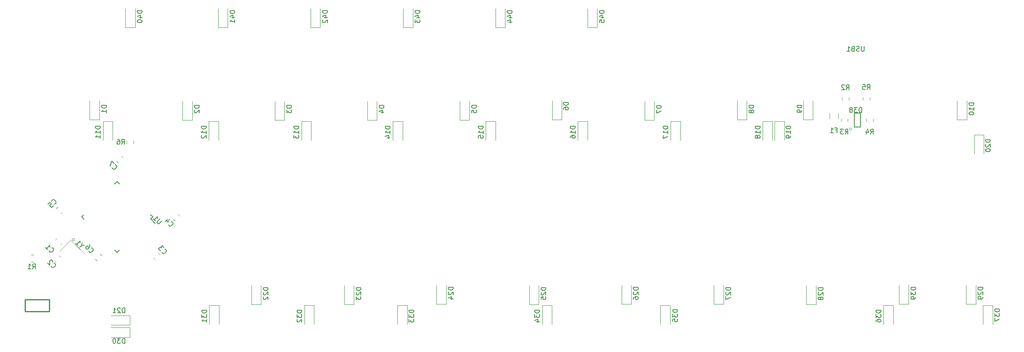
<source format=gbr>
G04 #@! TF.GenerationSoftware,KiCad,Pcbnew,(6.0.1-0)*
G04 #@! TF.CreationDate,2022-03-03T07:40:38-07:00*
G04 #@! TF.ProjectId,qazivan_m,71617a69-7661-46e5-9f6d-2e6b69636164,rev?*
G04 #@! TF.SameCoordinates,Original*
G04 #@! TF.FileFunction,Legend,Bot*
G04 #@! TF.FilePolarity,Positive*
%FSLAX46Y46*%
G04 Gerber Fmt 4.6, Leading zero omitted, Abs format (unit mm)*
G04 Created by KiCad (PCBNEW (6.0.1-0)) date 2022-03-03 07:40:38*
%MOMM*%
%LPD*%
G01*
G04 APERTURE LIST*
%ADD10C,0.120000*%
%ADD11C,0.150000*%
%ADD12C,0.250000*%
G04 APERTURE END LIST*
D10*
X208994000Y-70380000D02*
G75*
G03*
X208994000Y-70380000I-254000J0D01*
G01*
X48864000Y-93240000D02*
G75*
G03*
X48864000Y-93240000I-254000J0D01*
G01*
D11*
X55427380Y-65486904D02*
X54427380Y-65486904D01*
X54427380Y-65725000D01*
X54475000Y-65867857D01*
X54570238Y-65963095D01*
X54665476Y-66010714D01*
X54855952Y-66058333D01*
X54998809Y-66058333D01*
X55189285Y-66010714D01*
X55284523Y-65963095D01*
X55379761Y-65867857D01*
X55427380Y-65725000D01*
X55427380Y-65486904D01*
X55427380Y-67010714D02*
X55427380Y-66439285D01*
X55427380Y-66725000D02*
X54427380Y-66725000D01*
X54570238Y-66629761D01*
X54665476Y-66534523D01*
X54713095Y-66439285D01*
X74522340Y-65510184D02*
X73522340Y-65510184D01*
X73522340Y-65748280D01*
X73569960Y-65891137D01*
X73665198Y-65986375D01*
X73760436Y-66033994D01*
X73950912Y-66081613D01*
X74093769Y-66081613D01*
X74284245Y-66033994D01*
X74379483Y-65986375D01*
X74474721Y-65891137D01*
X74522340Y-65748280D01*
X74522340Y-65510184D01*
X73617579Y-66462565D02*
X73569960Y-66510184D01*
X73522340Y-66605422D01*
X73522340Y-66843518D01*
X73569960Y-66938756D01*
X73617579Y-66986375D01*
X73712817Y-67033994D01*
X73808055Y-67033994D01*
X73950912Y-66986375D01*
X74522340Y-66414946D01*
X74522340Y-67033994D01*
X93546940Y-65510184D02*
X92546940Y-65510184D01*
X92546940Y-65748280D01*
X92594560Y-65891137D01*
X92689798Y-65986375D01*
X92785036Y-66033994D01*
X92975512Y-66081613D01*
X93118369Y-66081613D01*
X93308845Y-66033994D01*
X93404083Y-65986375D01*
X93499321Y-65891137D01*
X93546940Y-65748280D01*
X93546940Y-65510184D01*
X92546940Y-66414946D02*
X92546940Y-67033994D01*
X92927893Y-66700660D01*
X92927893Y-66843518D01*
X92975512Y-66938756D01*
X93023131Y-66986375D01*
X93118369Y-67033994D01*
X93356464Y-67033994D01*
X93451702Y-66986375D01*
X93499321Y-66938756D01*
X93546940Y-66843518D01*
X93546940Y-66557803D01*
X93499321Y-66462565D01*
X93451702Y-66414946D01*
X112602020Y-65510184D02*
X111602020Y-65510184D01*
X111602020Y-65748280D01*
X111649640Y-65891137D01*
X111744878Y-65986375D01*
X111840116Y-66033994D01*
X112030592Y-66081613D01*
X112173449Y-66081613D01*
X112363925Y-66033994D01*
X112459163Y-65986375D01*
X112554401Y-65891137D01*
X112602020Y-65748280D01*
X112602020Y-65510184D01*
X111935354Y-66938756D02*
X112602020Y-66938756D01*
X111554401Y-66700660D02*
X112268687Y-66462565D01*
X112268687Y-67081613D01*
X131657100Y-65510184D02*
X130657100Y-65510184D01*
X130657100Y-65748280D01*
X130704720Y-65891137D01*
X130799958Y-65986375D01*
X130895196Y-66033994D01*
X131085672Y-66081613D01*
X131228529Y-66081613D01*
X131419005Y-66033994D01*
X131514243Y-65986375D01*
X131609481Y-65891137D01*
X131657100Y-65748280D01*
X131657100Y-65510184D01*
X130657100Y-66986375D02*
X130657100Y-66510184D01*
X131133291Y-66462565D01*
X131085672Y-66510184D01*
X131038053Y-66605422D01*
X131038053Y-66843518D01*
X131085672Y-66938756D01*
X131133291Y-66986375D01*
X131228529Y-67033994D01*
X131466624Y-67033994D01*
X131561862Y-66986375D01*
X131609481Y-66938756D01*
X131657100Y-66843518D01*
X131657100Y-66605422D01*
X131609481Y-66510184D01*
X131561862Y-66462565D01*
X169746940Y-65520344D02*
X168746940Y-65520344D01*
X168746940Y-65758440D01*
X168794560Y-65901297D01*
X168889798Y-65996535D01*
X168985036Y-66044154D01*
X169175512Y-66091773D01*
X169318369Y-66091773D01*
X169508845Y-66044154D01*
X169604083Y-65996535D01*
X169699321Y-65901297D01*
X169746940Y-65758440D01*
X169746940Y-65520344D01*
X168746940Y-66425106D02*
X168746940Y-67091773D01*
X169746940Y-66663201D01*
X188802380Y-65486904D02*
X187802380Y-65486904D01*
X187802380Y-65725000D01*
X187850000Y-65867857D01*
X187945238Y-65963095D01*
X188040476Y-66010714D01*
X188230952Y-66058333D01*
X188373809Y-66058333D01*
X188564285Y-66010714D01*
X188659523Y-65963095D01*
X188754761Y-65867857D01*
X188802380Y-65725000D01*
X188802380Y-65486904D01*
X188230952Y-66629761D02*
X188183333Y-66534523D01*
X188135714Y-66486904D01*
X188040476Y-66439285D01*
X187992857Y-66439285D01*
X187897619Y-66486904D01*
X187850000Y-66534523D01*
X187802380Y-66629761D01*
X187802380Y-66820238D01*
X187850000Y-66915476D01*
X187897619Y-66963095D01*
X187992857Y-67010714D01*
X188040476Y-67010714D01*
X188135714Y-66963095D01*
X188183333Y-66915476D01*
X188230952Y-66820238D01*
X188230952Y-66629761D01*
X188278571Y-66534523D01*
X188326190Y-66486904D01*
X188421428Y-66439285D01*
X188611904Y-66439285D01*
X188707142Y-66486904D01*
X188754761Y-66534523D01*
X188802380Y-66629761D01*
X188802380Y-66820238D01*
X188754761Y-66915476D01*
X188707142Y-66963095D01*
X188611904Y-67010714D01*
X188421428Y-67010714D01*
X188326190Y-66963095D01*
X188278571Y-66915476D01*
X188230952Y-66820238D01*
X198699380Y-65428904D02*
X197699380Y-65428904D01*
X197699380Y-65667000D01*
X197747000Y-65809857D01*
X197842238Y-65905095D01*
X197937476Y-65952714D01*
X198127952Y-66000333D01*
X198270809Y-66000333D01*
X198461285Y-65952714D01*
X198556523Y-65905095D01*
X198651761Y-65809857D01*
X198699380Y-65667000D01*
X198699380Y-65428904D01*
X198699380Y-66476523D02*
X198699380Y-66667000D01*
X198651761Y-66762238D01*
X198604142Y-66809857D01*
X198461285Y-66905095D01*
X198270809Y-66952714D01*
X197889857Y-66952714D01*
X197794619Y-66905095D01*
X197747000Y-66857476D01*
X197699380Y-66762238D01*
X197699380Y-66571761D01*
X197747000Y-66476523D01*
X197794619Y-66428904D01*
X197889857Y-66381285D01*
X198127952Y-66381285D01*
X198223190Y-66428904D01*
X198270809Y-66476523D01*
X198318428Y-66571761D01*
X198318428Y-66762238D01*
X198270809Y-66857476D01*
X198223190Y-66905095D01*
X198127952Y-66952714D01*
X234132380Y-64955714D02*
X233132380Y-64955714D01*
X233132380Y-65193809D01*
X233180000Y-65336666D01*
X233275238Y-65431904D01*
X233370476Y-65479523D01*
X233560952Y-65527142D01*
X233703809Y-65527142D01*
X233894285Y-65479523D01*
X233989523Y-65431904D01*
X234084761Y-65336666D01*
X234132380Y-65193809D01*
X234132380Y-64955714D01*
X234132380Y-66479523D02*
X234132380Y-65908095D01*
X234132380Y-66193809D02*
X233132380Y-66193809D01*
X233275238Y-66098571D01*
X233370476Y-66003333D01*
X233418095Y-65908095D01*
X233132380Y-67098571D02*
X233132380Y-67193809D01*
X233180000Y-67289047D01*
X233227619Y-67336666D01*
X233322857Y-67384285D01*
X233513333Y-67431904D01*
X233751428Y-67431904D01*
X233941904Y-67384285D01*
X234037142Y-67336666D01*
X234084761Y-67289047D01*
X234132380Y-67193809D01*
X234132380Y-67098571D01*
X234084761Y-67003333D01*
X234037142Y-66955714D01*
X233941904Y-66908095D01*
X233751428Y-66860476D01*
X233513333Y-66860476D01*
X233322857Y-66908095D01*
X233227619Y-66955714D01*
X233180000Y-67003333D01*
X233132380Y-67098571D01*
X196422380Y-69765714D02*
X195422380Y-69765714D01*
X195422380Y-70003809D01*
X195470000Y-70146666D01*
X195565238Y-70241904D01*
X195660476Y-70289523D01*
X195850952Y-70337142D01*
X195993809Y-70337142D01*
X196184285Y-70289523D01*
X196279523Y-70241904D01*
X196374761Y-70146666D01*
X196422380Y-70003809D01*
X196422380Y-69765714D01*
X196422380Y-71289523D02*
X196422380Y-70718095D01*
X196422380Y-71003809D02*
X195422380Y-71003809D01*
X195565238Y-70908571D01*
X195660476Y-70813333D01*
X195708095Y-70718095D01*
X196422380Y-71765714D02*
X196422380Y-71956190D01*
X196374761Y-72051428D01*
X196327142Y-72099047D01*
X196184285Y-72194285D01*
X195993809Y-72241904D01*
X195612857Y-72241904D01*
X195517619Y-72194285D01*
X195470000Y-72146666D01*
X195422380Y-72051428D01*
X195422380Y-71860952D01*
X195470000Y-71765714D01*
X195517619Y-71718095D01*
X195612857Y-71670476D01*
X195850952Y-71670476D01*
X195946190Y-71718095D01*
X195993809Y-71765714D01*
X196041428Y-71860952D01*
X196041428Y-72051428D01*
X195993809Y-72146666D01*
X195946190Y-72194285D01*
X195850952Y-72241904D01*
X237522380Y-72545714D02*
X236522380Y-72545714D01*
X236522380Y-72783809D01*
X236570000Y-72926666D01*
X236665238Y-73021904D01*
X236760476Y-73069523D01*
X236950952Y-73117142D01*
X237093809Y-73117142D01*
X237284285Y-73069523D01*
X237379523Y-73021904D01*
X237474761Y-72926666D01*
X237522380Y-72783809D01*
X237522380Y-72545714D01*
X236617619Y-73498095D02*
X236570000Y-73545714D01*
X236522380Y-73640952D01*
X236522380Y-73879047D01*
X236570000Y-73974285D01*
X236617619Y-74021904D01*
X236712857Y-74069523D01*
X236808095Y-74069523D01*
X236950952Y-74021904D01*
X237522380Y-73450476D01*
X237522380Y-74069523D01*
X236522380Y-74688571D02*
X236522380Y-74783809D01*
X236570000Y-74879047D01*
X236617619Y-74926666D01*
X236712857Y-74974285D01*
X236903333Y-75021904D01*
X237141428Y-75021904D01*
X237331904Y-74974285D01*
X237427142Y-74926666D01*
X237474761Y-74879047D01*
X237522380Y-74783809D01*
X237522380Y-74688571D01*
X237474761Y-74593333D01*
X237427142Y-74545714D01*
X237331904Y-74498095D01*
X237141428Y-74450476D01*
X236903333Y-74450476D01*
X236712857Y-74498095D01*
X236617619Y-74545714D01*
X236570000Y-74593333D01*
X236522380Y-74688571D01*
X88726020Y-103128914D02*
X87726020Y-103128914D01*
X87726020Y-103367009D01*
X87773640Y-103509866D01*
X87868878Y-103605104D01*
X87964116Y-103652723D01*
X88154592Y-103700342D01*
X88297449Y-103700342D01*
X88487925Y-103652723D01*
X88583163Y-103605104D01*
X88678401Y-103509866D01*
X88726020Y-103367009D01*
X88726020Y-103128914D01*
X87821259Y-104081295D02*
X87773640Y-104128914D01*
X87726020Y-104224152D01*
X87726020Y-104462247D01*
X87773640Y-104557485D01*
X87821259Y-104605104D01*
X87916497Y-104652723D01*
X88011735Y-104652723D01*
X88154592Y-104605104D01*
X88726020Y-104033676D01*
X88726020Y-104652723D01*
X87821259Y-105033676D02*
X87773640Y-105081295D01*
X87726020Y-105176533D01*
X87726020Y-105414628D01*
X87773640Y-105509866D01*
X87821259Y-105557485D01*
X87916497Y-105605104D01*
X88011735Y-105605104D01*
X88154592Y-105557485D01*
X88726020Y-104986057D01*
X88726020Y-105605104D01*
X107857300Y-103128914D02*
X106857300Y-103128914D01*
X106857300Y-103367009D01*
X106904920Y-103509866D01*
X107000158Y-103605104D01*
X107095396Y-103652723D01*
X107285872Y-103700342D01*
X107428729Y-103700342D01*
X107619205Y-103652723D01*
X107714443Y-103605104D01*
X107809681Y-103509866D01*
X107857300Y-103367009D01*
X107857300Y-103128914D01*
X106952539Y-104081295D02*
X106904920Y-104128914D01*
X106857300Y-104224152D01*
X106857300Y-104462247D01*
X106904920Y-104557485D01*
X106952539Y-104605104D01*
X107047777Y-104652723D01*
X107143015Y-104652723D01*
X107285872Y-104605104D01*
X107857300Y-104033676D01*
X107857300Y-104652723D01*
X106857300Y-104986057D02*
X106857300Y-105605104D01*
X107238253Y-105271771D01*
X107238253Y-105414628D01*
X107285872Y-105509866D01*
X107333491Y-105557485D01*
X107428729Y-105605104D01*
X107666824Y-105605104D01*
X107762062Y-105557485D01*
X107809681Y-105509866D01*
X107857300Y-105414628D01*
X107857300Y-105128914D01*
X107809681Y-105033676D01*
X107762062Y-104986057D01*
X126861580Y-103083194D02*
X125861580Y-103083194D01*
X125861580Y-103321289D01*
X125909200Y-103464146D01*
X126004438Y-103559384D01*
X126099676Y-103607003D01*
X126290152Y-103654622D01*
X126433009Y-103654622D01*
X126623485Y-103607003D01*
X126718723Y-103559384D01*
X126813961Y-103464146D01*
X126861580Y-103321289D01*
X126861580Y-103083194D01*
X125956819Y-104035575D02*
X125909200Y-104083194D01*
X125861580Y-104178432D01*
X125861580Y-104416527D01*
X125909200Y-104511765D01*
X125956819Y-104559384D01*
X126052057Y-104607003D01*
X126147295Y-104607003D01*
X126290152Y-104559384D01*
X126861580Y-103987956D01*
X126861580Y-104607003D01*
X126194914Y-105464146D02*
X126861580Y-105464146D01*
X125813961Y-105226051D02*
X126528247Y-104987956D01*
X126528247Y-105607003D01*
X145962380Y-103128914D02*
X144962380Y-103128914D01*
X144962380Y-103367009D01*
X145010000Y-103509866D01*
X145105238Y-103605104D01*
X145200476Y-103652723D01*
X145390952Y-103700342D01*
X145533809Y-103700342D01*
X145724285Y-103652723D01*
X145819523Y-103605104D01*
X145914761Y-103509866D01*
X145962380Y-103367009D01*
X145962380Y-103128914D01*
X145057619Y-104081295D02*
X145010000Y-104128914D01*
X144962380Y-104224152D01*
X144962380Y-104462247D01*
X145010000Y-104557485D01*
X145057619Y-104605104D01*
X145152857Y-104652723D01*
X145248095Y-104652723D01*
X145390952Y-104605104D01*
X145962380Y-104033676D01*
X145962380Y-104652723D01*
X144962380Y-105557485D02*
X144962380Y-105081295D01*
X145438571Y-105033676D01*
X145390952Y-105081295D01*
X145343333Y-105176533D01*
X145343333Y-105414628D01*
X145390952Y-105509866D01*
X145438571Y-105557485D01*
X145533809Y-105605104D01*
X145771904Y-105605104D01*
X145867142Y-105557485D01*
X145914761Y-105509866D01*
X145962380Y-105414628D01*
X145962380Y-105176533D01*
X145914761Y-105081295D01*
X145867142Y-105033676D01*
X164997140Y-103103514D02*
X163997140Y-103103514D01*
X163997140Y-103341609D01*
X164044760Y-103484466D01*
X164139998Y-103579704D01*
X164235236Y-103627323D01*
X164425712Y-103674942D01*
X164568569Y-103674942D01*
X164759045Y-103627323D01*
X164854283Y-103579704D01*
X164949521Y-103484466D01*
X164997140Y-103341609D01*
X164997140Y-103103514D01*
X164092379Y-104055895D02*
X164044760Y-104103514D01*
X163997140Y-104198752D01*
X163997140Y-104436847D01*
X164044760Y-104532085D01*
X164092379Y-104579704D01*
X164187617Y-104627323D01*
X164282855Y-104627323D01*
X164425712Y-104579704D01*
X164997140Y-104008276D01*
X164997140Y-104627323D01*
X163997140Y-105484466D02*
X163997140Y-105293990D01*
X164044760Y-105198752D01*
X164092379Y-105151133D01*
X164235236Y-105055895D01*
X164425712Y-105008276D01*
X164806664Y-105008276D01*
X164901902Y-105055895D01*
X164949521Y-105103514D01*
X164997140Y-105198752D01*
X164997140Y-105389228D01*
X164949521Y-105484466D01*
X164901902Y-105532085D01*
X164806664Y-105579704D01*
X164568569Y-105579704D01*
X164473331Y-105532085D01*
X164425712Y-105484466D01*
X164378093Y-105389228D01*
X164378093Y-105198752D01*
X164425712Y-105103514D01*
X164473331Y-105055895D01*
X164568569Y-105008276D01*
X203071740Y-103164474D02*
X202071740Y-103164474D01*
X202071740Y-103402569D01*
X202119360Y-103545426D01*
X202214598Y-103640664D01*
X202309836Y-103688283D01*
X202500312Y-103735902D01*
X202643169Y-103735902D01*
X202833645Y-103688283D01*
X202928883Y-103640664D01*
X203024121Y-103545426D01*
X203071740Y-103402569D01*
X203071740Y-103164474D01*
X202166979Y-104116855D02*
X202119360Y-104164474D01*
X202071740Y-104259712D01*
X202071740Y-104497807D01*
X202119360Y-104593045D01*
X202166979Y-104640664D01*
X202262217Y-104688283D01*
X202357455Y-104688283D01*
X202500312Y-104640664D01*
X203071740Y-104069236D01*
X203071740Y-104688283D01*
X202500312Y-105259712D02*
X202452693Y-105164474D01*
X202405074Y-105116855D01*
X202309836Y-105069236D01*
X202262217Y-105069236D01*
X202166979Y-105116855D01*
X202119360Y-105164474D01*
X202071740Y-105259712D01*
X202071740Y-105450188D01*
X202119360Y-105545426D01*
X202166979Y-105593045D01*
X202262217Y-105640664D01*
X202309836Y-105640664D01*
X202405074Y-105593045D01*
X202452693Y-105545426D01*
X202500312Y-105450188D01*
X202500312Y-105259712D01*
X202547931Y-105164474D01*
X202595550Y-105116855D01*
X202690788Y-105069236D01*
X202881264Y-105069236D01*
X202976502Y-105116855D01*
X203024121Y-105164474D01*
X203071740Y-105259712D01*
X203071740Y-105450188D01*
X203024121Y-105545426D01*
X202976502Y-105593045D01*
X202881264Y-105640664D01*
X202690788Y-105640664D01*
X202595550Y-105593045D01*
X202547931Y-105545426D01*
X202500312Y-105450188D01*
X235982259Y-103055714D02*
X234982259Y-103055714D01*
X234982259Y-103293809D01*
X235029879Y-103436666D01*
X235125117Y-103531904D01*
X235220355Y-103579523D01*
X235410831Y-103627142D01*
X235553688Y-103627142D01*
X235744164Y-103579523D01*
X235839402Y-103531904D01*
X235934640Y-103436666D01*
X235982259Y-103293809D01*
X235982259Y-103055714D01*
X235077498Y-104008095D02*
X235029879Y-104055714D01*
X234982259Y-104150952D01*
X234982259Y-104389047D01*
X235029879Y-104484285D01*
X235077498Y-104531904D01*
X235172736Y-104579523D01*
X235267974Y-104579523D01*
X235410831Y-104531904D01*
X235982259Y-103960476D01*
X235982259Y-104579523D01*
X235982259Y-105055714D02*
X235982259Y-105246190D01*
X235934640Y-105341428D01*
X235887021Y-105389047D01*
X235744164Y-105484285D01*
X235553688Y-105531904D01*
X235172736Y-105531904D01*
X235077498Y-105484285D01*
X235029879Y-105436666D01*
X234982259Y-105341428D01*
X234982259Y-105150952D01*
X235029879Y-105055714D01*
X235077498Y-105008095D01*
X235172736Y-104960476D01*
X235410831Y-104960476D01*
X235506069Y-105008095D01*
X235553688Y-105055714D01*
X235601307Y-105150952D01*
X235601307Y-105341428D01*
X235553688Y-105436666D01*
X235506069Y-105484285D01*
X235410831Y-105531904D01*
X59204285Y-114632380D02*
X59204285Y-113632380D01*
X58966190Y-113632380D01*
X58823333Y-113680000D01*
X58728095Y-113775238D01*
X58680476Y-113870476D01*
X58632857Y-114060952D01*
X58632857Y-114203809D01*
X58680476Y-114394285D01*
X58728095Y-114489523D01*
X58823333Y-114584761D01*
X58966190Y-114632380D01*
X59204285Y-114632380D01*
X58299523Y-113632380D02*
X57680476Y-113632380D01*
X58013809Y-114013333D01*
X57870952Y-114013333D01*
X57775714Y-114060952D01*
X57728095Y-114108571D01*
X57680476Y-114203809D01*
X57680476Y-114441904D01*
X57728095Y-114537142D01*
X57775714Y-114584761D01*
X57870952Y-114632380D01*
X58156666Y-114632380D01*
X58251904Y-114584761D01*
X58299523Y-114537142D01*
X57061428Y-113632380D02*
X56966190Y-113632380D01*
X56870952Y-113680000D01*
X56823333Y-113727619D01*
X56775714Y-113822857D01*
X56728095Y-114013333D01*
X56728095Y-114251428D01*
X56775714Y-114441904D01*
X56823333Y-114537142D01*
X56870952Y-114584761D01*
X56966190Y-114632380D01*
X57061428Y-114632380D01*
X57156666Y-114584761D01*
X57204285Y-114537142D01*
X57251904Y-114441904D01*
X57299523Y-114251428D01*
X57299523Y-114013333D01*
X57251904Y-113822857D01*
X57204285Y-113727619D01*
X57156666Y-113680000D01*
X57061428Y-113632380D01*
X76052380Y-107785714D02*
X75052380Y-107785714D01*
X75052380Y-108023809D01*
X75100000Y-108166666D01*
X75195238Y-108261904D01*
X75290476Y-108309523D01*
X75480952Y-108357142D01*
X75623809Y-108357142D01*
X75814285Y-108309523D01*
X75909523Y-108261904D01*
X76004761Y-108166666D01*
X76052380Y-108023809D01*
X76052380Y-107785714D01*
X75052380Y-108690476D02*
X75052380Y-109309523D01*
X75433333Y-108976190D01*
X75433333Y-109119047D01*
X75480952Y-109214285D01*
X75528571Y-109261904D01*
X75623809Y-109309523D01*
X75861904Y-109309523D01*
X75957142Y-109261904D01*
X76004761Y-109214285D01*
X76052380Y-109119047D01*
X76052380Y-108833333D01*
X76004761Y-108738095D01*
X75957142Y-108690476D01*
X76052380Y-110261904D02*
X76052380Y-109690476D01*
X76052380Y-109976190D02*
X75052380Y-109976190D01*
X75195238Y-109880952D01*
X75290476Y-109785714D01*
X75338095Y-109690476D01*
X144652380Y-107785714D02*
X143652380Y-107785714D01*
X143652380Y-108023809D01*
X143700000Y-108166666D01*
X143795238Y-108261904D01*
X143890476Y-108309523D01*
X144080952Y-108357142D01*
X144223809Y-108357142D01*
X144414285Y-108309523D01*
X144509523Y-108261904D01*
X144604761Y-108166666D01*
X144652380Y-108023809D01*
X144652380Y-107785714D01*
X143652380Y-108690476D02*
X143652380Y-109309523D01*
X144033333Y-108976190D01*
X144033333Y-109119047D01*
X144080952Y-109214285D01*
X144128571Y-109261904D01*
X144223809Y-109309523D01*
X144461904Y-109309523D01*
X144557142Y-109261904D01*
X144604761Y-109214285D01*
X144652380Y-109119047D01*
X144652380Y-108833333D01*
X144604761Y-108738095D01*
X144557142Y-108690476D01*
X143985714Y-110166666D02*
X144652380Y-110166666D01*
X143604761Y-109928571D02*
X144319047Y-109690476D01*
X144319047Y-110309523D01*
X239422380Y-107560714D02*
X238422380Y-107560714D01*
X238422380Y-107798809D01*
X238470000Y-107941666D01*
X238565238Y-108036904D01*
X238660476Y-108084523D01*
X238850952Y-108132142D01*
X238993809Y-108132142D01*
X239184285Y-108084523D01*
X239279523Y-108036904D01*
X239374761Y-107941666D01*
X239422380Y-107798809D01*
X239422380Y-107560714D01*
X238422380Y-108465476D02*
X238422380Y-109084523D01*
X238803333Y-108751190D01*
X238803333Y-108894047D01*
X238850952Y-108989285D01*
X238898571Y-109036904D01*
X238993809Y-109084523D01*
X239231904Y-109084523D01*
X239327142Y-109036904D01*
X239374761Y-108989285D01*
X239422380Y-108894047D01*
X239422380Y-108608333D01*
X239374761Y-108513095D01*
X239327142Y-108465476D01*
X238422380Y-109417857D02*
X238422380Y-110084523D01*
X239422380Y-109655952D01*
X40196666Y-99252380D02*
X40530000Y-98776190D01*
X40768095Y-99252380D02*
X40768095Y-98252380D01*
X40387142Y-98252380D01*
X40291904Y-98300000D01*
X40244285Y-98347619D01*
X40196666Y-98442857D01*
X40196666Y-98585714D01*
X40244285Y-98680952D01*
X40291904Y-98728571D01*
X40387142Y-98776190D01*
X40768095Y-98776190D01*
X39244285Y-99252380D02*
X39815714Y-99252380D01*
X39530000Y-99252380D02*
X39530000Y-98252380D01*
X39625238Y-98395238D01*
X39720476Y-98490476D01*
X39815714Y-98538095D01*
X50263553Y-94469881D02*
X49926835Y-94806599D01*
X50869644Y-94335194D02*
X50263553Y-94469881D01*
X50398240Y-93863790D01*
X49085042Y-93964805D02*
X49489103Y-94368866D01*
X49287072Y-94166835D02*
X49994179Y-93459729D01*
X49960507Y-93628087D01*
X49960507Y-93762774D01*
X49994179Y-93863790D01*
X184027380Y-103110714D02*
X183027380Y-103110714D01*
X183027380Y-103348809D01*
X183075000Y-103491666D01*
X183170238Y-103586904D01*
X183265476Y-103634523D01*
X183455952Y-103682142D01*
X183598809Y-103682142D01*
X183789285Y-103634523D01*
X183884523Y-103586904D01*
X183979761Y-103491666D01*
X184027380Y-103348809D01*
X184027380Y-103110714D01*
X183122619Y-104063095D02*
X183075000Y-104110714D01*
X183027380Y-104205952D01*
X183027380Y-104444047D01*
X183075000Y-104539285D01*
X183122619Y-104586904D01*
X183217857Y-104634523D01*
X183313095Y-104634523D01*
X183455952Y-104586904D01*
X184027380Y-104015476D01*
X184027380Y-104634523D01*
X183027380Y-104967857D02*
X183027380Y-105634523D01*
X184027380Y-105205952D01*
X66840312Y-95745389D02*
X66840312Y-95812732D01*
X66907656Y-95947419D01*
X66975000Y-96014763D01*
X67109687Y-96082106D01*
X67244374Y-96082106D01*
X67345389Y-96048435D01*
X67513748Y-95947419D01*
X67614763Y-95846404D01*
X67715778Y-95678045D01*
X67749450Y-95577030D01*
X67749450Y-95442343D01*
X67682106Y-95307656D01*
X67614763Y-95240312D01*
X67480076Y-95172969D01*
X67412732Y-95172969D01*
X67244374Y-94869923D02*
X66806641Y-94432190D01*
X66772969Y-94937267D01*
X66671954Y-94836251D01*
X66570938Y-94802580D01*
X66503595Y-94802580D01*
X66402580Y-94836251D01*
X66234221Y-95004610D01*
X66200549Y-95105625D01*
X66200549Y-95172969D01*
X66234221Y-95273984D01*
X66436251Y-95476015D01*
X66537267Y-95509687D01*
X66604610Y-95509687D01*
X68215312Y-90070389D02*
X68215312Y-90137732D01*
X68282656Y-90272419D01*
X68350000Y-90339763D01*
X68484687Y-90407106D01*
X68619374Y-90407106D01*
X68720389Y-90373435D01*
X68888748Y-90272419D01*
X68989763Y-90171404D01*
X69090778Y-90003045D01*
X69124450Y-89902030D01*
X69124450Y-89767343D01*
X69057106Y-89632656D01*
X68989763Y-89565312D01*
X68855076Y-89497969D01*
X68787732Y-89497969D01*
X68013282Y-89060236D02*
X67541877Y-89531641D01*
X68451015Y-88959221D02*
X68114297Y-89632656D01*
X67676564Y-89194923D01*
X58556666Y-73485627D02*
X58890000Y-73009437D01*
X59128095Y-73485627D02*
X59128095Y-72485627D01*
X58747142Y-72485627D01*
X58651904Y-72533247D01*
X58604285Y-72580866D01*
X58556666Y-72676104D01*
X58556666Y-72818961D01*
X58604285Y-72914199D01*
X58651904Y-72961818D01*
X58747142Y-73009437D01*
X59128095Y-73009437D01*
X57699523Y-72485627D02*
X57890000Y-72485627D01*
X57985238Y-72533247D01*
X58032857Y-72580866D01*
X58128095Y-72723723D01*
X58175714Y-72914199D01*
X58175714Y-73295151D01*
X58128095Y-73390389D01*
X58080476Y-73438008D01*
X57985238Y-73485627D01*
X57794761Y-73485627D01*
X57699523Y-73438008D01*
X57651904Y-73390389D01*
X57604285Y-73295151D01*
X57604285Y-73057056D01*
X57651904Y-72961818D01*
X57699523Y-72914199D01*
X57794761Y-72866580D01*
X57985238Y-72866580D01*
X58080476Y-72914199D01*
X58128095Y-72961818D01*
X58175714Y-73057056D01*
X44025312Y-98640389D02*
X44025312Y-98707732D01*
X44092656Y-98842419D01*
X44159999Y-98909763D01*
X44294687Y-98977106D01*
X44429374Y-98977106D01*
X44530389Y-98943435D01*
X44698748Y-98842419D01*
X44799763Y-98741404D01*
X44900778Y-98573045D01*
X44934450Y-98472030D01*
X44934450Y-98337343D01*
X44867106Y-98202656D01*
X44799763Y-98135312D01*
X44665076Y-98067969D01*
X44597732Y-98067969D01*
X44328358Y-97798595D02*
X44328358Y-97731251D01*
X44294687Y-97630236D01*
X44126328Y-97461877D01*
X44025312Y-97428206D01*
X43957969Y-97428206D01*
X43856954Y-97461877D01*
X43789610Y-97529221D01*
X43722267Y-97663908D01*
X43722267Y-98472030D01*
X43284534Y-98034297D01*
X95662380Y-107785714D02*
X94662380Y-107785714D01*
X94662380Y-108023809D01*
X94710000Y-108166666D01*
X94805238Y-108261904D01*
X94900476Y-108309523D01*
X95090952Y-108357142D01*
X95233809Y-108357142D01*
X95424285Y-108309523D01*
X95519523Y-108261904D01*
X95614761Y-108166666D01*
X95662380Y-108023809D01*
X95662380Y-107785714D01*
X94662380Y-108690476D02*
X94662380Y-109309523D01*
X95043333Y-108976190D01*
X95043333Y-109119047D01*
X95090952Y-109214285D01*
X95138571Y-109261904D01*
X95233809Y-109309523D01*
X95471904Y-109309523D01*
X95567142Y-109261904D01*
X95614761Y-109214285D01*
X95662380Y-109119047D01*
X95662380Y-108833333D01*
X95614761Y-108738095D01*
X95567142Y-108690476D01*
X94757619Y-109690476D02*
X94710000Y-109738095D01*
X94662380Y-109833333D01*
X94662380Y-110071428D01*
X94710000Y-110166666D01*
X94757619Y-110214285D01*
X94852857Y-110261904D01*
X94948095Y-110261904D01*
X95090952Y-110214285D01*
X95662380Y-109642857D01*
X95662380Y-110261904D01*
X214972380Y-107785714D02*
X213972380Y-107785714D01*
X213972380Y-108023809D01*
X214020000Y-108166666D01*
X214115238Y-108261904D01*
X214210476Y-108309523D01*
X214400952Y-108357142D01*
X214543809Y-108357142D01*
X214734285Y-108309523D01*
X214829523Y-108261904D01*
X214924761Y-108166666D01*
X214972380Y-108023809D01*
X214972380Y-107785714D01*
X213972380Y-108690476D02*
X213972380Y-109309523D01*
X214353333Y-108976190D01*
X214353333Y-109119047D01*
X214400952Y-109214285D01*
X214448571Y-109261904D01*
X214543809Y-109309523D01*
X214781904Y-109309523D01*
X214877142Y-109261904D01*
X214924761Y-109214285D01*
X214972380Y-109119047D01*
X214972380Y-108833333D01*
X214924761Y-108738095D01*
X214877142Y-108690476D01*
X213972380Y-110166666D02*
X213972380Y-109976190D01*
X214020000Y-109880952D01*
X214067619Y-109833333D01*
X214210476Y-109738095D01*
X214400952Y-109690476D01*
X214781904Y-109690476D01*
X214877142Y-109738095D01*
X214924761Y-109785714D01*
X214972380Y-109880952D01*
X214972380Y-110071428D01*
X214924761Y-110166666D01*
X214877142Y-110214285D01*
X214781904Y-110261904D01*
X214543809Y-110261904D01*
X214448571Y-110214285D01*
X214400952Y-110166666D01*
X214353333Y-110071428D01*
X214353333Y-109880952D01*
X214400952Y-109785714D01*
X214448571Y-109738095D01*
X214543809Y-109690476D01*
X118750336Y-107775714D02*
X117750336Y-107775714D01*
X117750336Y-108013809D01*
X117797956Y-108156666D01*
X117893194Y-108251904D01*
X117988432Y-108299523D01*
X118178908Y-108347142D01*
X118321765Y-108347142D01*
X118512241Y-108299523D01*
X118607479Y-108251904D01*
X118702717Y-108156666D01*
X118750336Y-108013809D01*
X118750336Y-107775714D01*
X117750336Y-108680476D02*
X117750336Y-109299523D01*
X118131289Y-108966190D01*
X118131289Y-109109047D01*
X118178908Y-109204285D01*
X118226527Y-109251904D01*
X118321765Y-109299523D01*
X118559860Y-109299523D01*
X118655098Y-109251904D01*
X118702717Y-109204285D01*
X118750336Y-109109047D01*
X118750336Y-108823333D01*
X118702717Y-108728095D01*
X118655098Y-108680476D01*
X117750336Y-109632857D02*
X117750336Y-110251904D01*
X118131289Y-109918571D01*
X118131289Y-110061428D01*
X118178908Y-110156666D01*
X118226527Y-110204285D01*
X118321765Y-110251904D01*
X118559860Y-110251904D01*
X118655098Y-110204285D01*
X118702717Y-110156666D01*
X118750336Y-110061428D01*
X118750336Y-109775714D01*
X118702717Y-109680476D01*
X118655098Y-109632857D01*
X66863498Y-89338685D02*
X66291078Y-89911105D01*
X66190063Y-89944777D01*
X66122719Y-89944777D01*
X66021704Y-89911105D01*
X65887017Y-89776418D01*
X65853345Y-89675403D01*
X65853345Y-89608059D01*
X65887017Y-89507044D01*
X66459437Y-88934624D01*
X65045223Y-88934624D02*
X65449284Y-89338685D01*
X65247254Y-89136655D02*
X65954360Y-88429548D01*
X65920689Y-88597907D01*
X65920689Y-88732594D01*
X65954360Y-88833609D01*
X56615312Y-78345389D02*
X56615312Y-78412732D01*
X56682656Y-78547419D01*
X56749999Y-78614763D01*
X56884687Y-78682106D01*
X57019374Y-78682106D01*
X57120389Y-78648435D01*
X57288748Y-78547419D01*
X57389763Y-78446404D01*
X57490778Y-78278045D01*
X57524450Y-78177030D01*
X57524450Y-78042343D01*
X57457106Y-77907656D01*
X57389763Y-77840312D01*
X57255076Y-77772969D01*
X57187732Y-77772969D01*
X57019374Y-77469923D02*
X56547969Y-76998519D01*
X56143908Y-78008671D01*
X44691531Y-85895829D02*
X44758874Y-85895829D01*
X44893561Y-85828485D01*
X44960905Y-85761142D01*
X45028248Y-85626454D01*
X45028248Y-85491767D01*
X44994577Y-85390752D01*
X44893561Y-85222393D01*
X44792546Y-85121378D01*
X44624187Y-85020363D01*
X44523172Y-84986691D01*
X44388485Y-84986691D01*
X44253798Y-85054035D01*
X44186454Y-85121378D01*
X44119111Y-85256065D01*
X44119111Y-85323409D01*
X43412004Y-85895829D02*
X43748722Y-85559111D01*
X44119111Y-85862157D01*
X44051767Y-85862157D01*
X43950752Y-85895829D01*
X43782393Y-86064187D01*
X43748722Y-86165203D01*
X43748722Y-86232546D01*
X43782393Y-86333561D01*
X43950752Y-86501920D01*
X44051767Y-86535592D01*
X44119111Y-86535592D01*
X44220126Y-86501920D01*
X44388485Y-86333561D01*
X44422157Y-86232546D01*
X44422157Y-86165203D01*
X173102380Y-107685714D02*
X172102380Y-107685714D01*
X172102380Y-107923809D01*
X172150000Y-108066666D01*
X172245238Y-108161904D01*
X172340476Y-108209523D01*
X172530952Y-108257142D01*
X172673809Y-108257142D01*
X172864285Y-108209523D01*
X172959523Y-108161904D01*
X173054761Y-108066666D01*
X173102380Y-107923809D01*
X173102380Y-107685714D01*
X172102380Y-108590476D02*
X172102380Y-109209523D01*
X172483333Y-108876190D01*
X172483333Y-109019047D01*
X172530952Y-109114285D01*
X172578571Y-109161904D01*
X172673809Y-109209523D01*
X172911904Y-109209523D01*
X173007142Y-109161904D01*
X173054761Y-109114285D01*
X173102380Y-109019047D01*
X173102380Y-108733333D01*
X173054761Y-108638095D01*
X173007142Y-108590476D01*
X172102380Y-110114285D02*
X172102380Y-109638095D01*
X172578571Y-109590476D01*
X172530952Y-109638095D01*
X172483333Y-109733333D01*
X172483333Y-109971428D01*
X172530952Y-110066666D01*
X172578571Y-110114285D01*
X172673809Y-110161904D01*
X172911904Y-110161904D01*
X173007142Y-110114285D01*
X173054761Y-110066666D01*
X173102380Y-109971428D01*
X173102380Y-109733333D01*
X173054761Y-109638095D01*
X173007142Y-109590476D01*
X150597060Y-64897704D02*
X149597060Y-64897704D01*
X149597060Y-65135800D01*
X149644680Y-65278657D01*
X149739918Y-65373895D01*
X149835156Y-65421514D01*
X150025632Y-65469133D01*
X150168489Y-65469133D01*
X150358965Y-65421514D01*
X150454203Y-65373895D01*
X150549441Y-65278657D01*
X150597060Y-65135800D01*
X150597060Y-64897704D01*
X149597060Y-66326276D02*
X149597060Y-66135800D01*
X149644680Y-66040561D01*
X149692299Y-65992942D01*
X149835156Y-65897704D01*
X150025632Y-65850085D01*
X150406584Y-65850085D01*
X150501822Y-65897704D01*
X150549441Y-65945323D01*
X150597060Y-66040561D01*
X150597060Y-66231038D01*
X150549441Y-66326276D01*
X150501822Y-66373895D01*
X150406584Y-66421514D01*
X150168489Y-66421514D01*
X150073251Y-66373895D01*
X150025632Y-66326276D01*
X149978013Y-66231038D01*
X149978013Y-66040561D01*
X150025632Y-65945323D01*
X150073251Y-65897704D01*
X150168489Y-65850085D01*
X207844678Y-62229980D02*
X208178012Y-61753790D01*
X208416107Y-62229980D02*
X208416107Y-61229980D01*
X208035154Y-61229980D01*
X207939916Y-61277600D01*
X207892297Y-61325219D01*
X207844678Y-61420457D01*
X207844678Y-61563314D01*
X207892297Y-61658552D01*
X207939916Y-61706171D01*
X208035154Y-61753790D01*
X208416107Y-61753790D01*
X207463726Y-61325219D02*
X207416107Y-61277600D01*
X207320869Y-61229980D01*
X207082773Y-61229980D01*
X206987535Y-61277600D01*
X206939916Y-61325219D01*
X206892297Y-61420457D01*
X206892297Y-61515695D01*
X206939916Y-61658552D01*
X207511345Y-62229980D01*
X206892297Y-62229980D01*
X207616666Y-71382380D02*
X207950000Y-70906190D01*
X208188095Y-71382380D02*
X208188095Y-70382380D01*
X207807142Y-70382380D01*
X207711904Y-70430000D01*
X207664285Y-70477619D01*
X207616666Y-70572857D01*
X207616666Y-70715714D01*
X207664285Y-70810952D01*
X207711904Y-70858571D01*
X207807142Y-70906190D01*
X208188095Y-70906190D01*
X207283333Y-70382380D02*
X206664285Y-70382380D01*
X206997619Y-70763333D01*
X206854761Y-70763333D01*
X206759523Y-70810952D01*
X206711904Y-70858571D01*
X206664285Y-70953809D01*
X206664285Y-71191904D01*
X206711904Y-71287142D01*
X206759523Y-71334761D01*
X206854761Y-71382380D01*
X207140476Y-71382380D01*
X207235714Y-71334761D01*
X207283333Y-71287142D01*
X212843398Y-71379060D02*
X213176732Y-70902870D01*
X213414827Y-71379060D02*
X213414827Y-70379060D01*
X213033874Y-70379060D01*
X212938636Y-70426680D01*
X212891017Y-70474299D01*
X212843398Y-70569537D01*
X212843398Y-70712394D01*
X212891017Y-70807632D01*
X212938636Y-70855251D01*
X213033874Y-70902870D01*
X213414827Y-70902870D01*
X211986255Y-70712394D02*
X211986255Y-71379060D01*
X212224351Y-70331441D02*
X212462446Y-71045727D01*
X211843398Y-71045727D01*
X212145398Y-62184260D02*
X212478732Y-61708070D01*
X212716827Y-62184260D02*
X212716827Y-61184260D01*
X212335874Y-61184260D01*
X212240636Y-61231880D01*
X212193017Y-61279499D01*
X212145398Y-61374737D01*
X212145398Y-61517594D01*
X212193017Y-61612832D01*
X212240636Y-61660451D01*
X212335874Y-61708070D01*
X212716827Y-61708070D01*
X211240636Y-61184260D02*
X211716827Y-61184260D01*
X211764446Y-61660451D01*
X211716827Y-61612832D01*
X211621589Y-61565213D01*
X211383493Y-61565213D01*
X211288255Y-61612832D01*
X211240636Y-61660451D01*
X211193017Y-61755689D01*
X211193017Y-61993784D01*
X211240636Y-62089022D01*
X211288255Y-62136641D01*
X211383493Y-62184260D01*
X211621589Y-62184260D01*
X211716827Y-62136641D01*
X211764446Y-62089022D01*
X211523824Y-53300380D02*
X211523824Y-54109904D01*
X211476205Y-54205142D01*
X211428586Y-54252761D01*
X211333348Y-54300380D01*
X211142871Y-54300380D01*
X211047633Y-54252761D01*
X211000014Y-54205142D01*
X210952395Y-54109904D01*
X210952395Y-53300380D01*
X210523824Y-54252761D02*
X210380967Y-54300380D01*
X210142871Y-54300380D01*
X210047633Y-54252761D01*
X210000014Y-54205142D01*
X209952395Y-54109904D01*
X209952395Y-54014666D01*
X210000014Y-53919428D01*
X210047633Y-53871809D01*
X210142871Y-53824190D01*
X210333348Y-53776571D01*
X210428586Y-53728952D01*
X210476205Y-53681333D01*
X210523824Y-53586095D01*
X210523824Y-53490857D01*
X210476205Y-53395619D01*
X210428586Y-53348000D01*
X210333348Y-53300380D01*
X210095252Y-53300380D01*
X209952395Y-53348000D01*
X209190490Y-53776571D02*
X209047633Y-53824190D01*
X209000014Y-53871809D01*
X208952395Y-53967047D01*
X208952395Y-54109904D01*
X209000014Y-54205142D01*
X209047633Y-54252761D01*
X209142871Y-54300380D01*
X209523824Y-54300380D01*
X209523824Y-53300380D01*
X209190490Y-53300380D01*
X209095252Y-53348000D01*
X209047633Y-53395619D01*
X209000014Y-53490857D01*
X209000014Y-53586095D01*
X209047633Y-53681333D01*
X209095252Y-53728952D01*
X209190490Y-53776571D01*
X209523824Y-53776571D01*
X208000014Y-54300380D02*
X208571443Y-54300380D01*
X208285729Y-54300380D02*
X208285729Y-53300380D01*
X208380967Y-53443238D01*
X208476205Y-53538476D01*
X208571443Y-53586095D01*
X211024285Y-66922380D02*
X211024285Y-65922380D01*
X210786190Y-65922380D01*
X210643333Y-65970000D01*
X210548095Y-66065238D01*
X210500476Y-66160476D01*
X210452857Y-66350952D01*
X210452857Y-66493809D01*
X210500476Y-66684285D01*
X210548095Y-66779523D01*
X210643333Y-66874761D01*
X210786190Y-66922380D01*
X211024285Y-66922380D01*
X210119523Y-65922380D02*
X209500476Y-65922380D01*
X209833809Y-66303333D01*
X209690952Y-66303333D01*
X209595714Y-66350952D01*
X209548095Y-66398571D01*
X209500476Y-66493809D01*
X209500476Y-66731904D01*
X209548095Y-66827142D01*
X209595714Y-66874761D01*
X209690952Y-66922380D01*
X209976666Y-66922380D01*
X210071904Y-66874761D01*
X210119523Y-66827142D01*
X208929047Y-66350952D02*
X209024285Y-66303333D01*
X209071904Y-66255714D01*
X209119523Y-66160476D01*
X209119523Y-66112857D01*
X209071904Y-66017619D01*
X209024285Y-65970000D01*
X208929047Y-65922380D01*
X208738571Y-65922380D01*
X208643333Y-65970000D01*
X208595714Y-66017619D01*
X208548095Y-66112857D01*
X208548095Y-66160476D01*
X208595714Y-66255714D01*
X208643333Y-66303333D01*
X208738571Y-66350952D01*
X208929047Y-66350952D01*
X209024285Y-66398571D01*
X209071904Y-66446190D01*
X209119523Y-66541428D01*
X209119523Y-66731904D01*
X209071904Y-66827142D01*
X209024285Y-66874761D01*
X208929047Y-66922380D01*
X208738571Y-66922380D01*
X208643333Y-66874761D01*
X208595714Y-66827142D01*
X208548095Y-66731904D01*
X208548095Y-66541428D01*
X208595714Y-66446190D01*
X208643333Y-66398571D01*
X208738571Y-66350952D01*
X54152380Y-69785714D02*
X53152380Y-69785714D01*
X53152380Y-70023809D01*
X53200000Y-70166666D01*
X53295238Y-70261904D01*
X53390476Y-70309523D01*
X53580952Y-70357142D01*
X53723809Y-70357142D01*
X53914285Y-70309523D01*
X54009523Y-70261904D01*
X54104761Y-70166666D01*
X54152380Y-70023809D01*
X54152380Y-69785714D01*
X54152380Y-71309523D02*
X54152380Y-70738095D01*
X54152380Y-71023809D02*
X53152380Y-71023809D01*
X53295238Y-70928571D01*
X53390476Y-70833333D01*
X53438095Y-70738095D01*
X54152380Y-72261904D02*
X54152380Y-71690476D01*
X54152380Y-71976190D02*
X53152380Y-71976190D01*
X53295238Y-71880952D01*
X53390476Y-71785714D01*
X53438095Y-71690476D01*
X75971707Y-69785714D02*
X74971707Y-69785714D01*
X74971707Y-70023809D01*
X75019327Y-70166666D01*
X75114565Y-70261904D01*
X75209803Y-70309523D01*
X75400279Y-70357142D01*
X75543136Y-70357142D01*
X75733612Y-70309523D01*
X75828850Y-70261904D01*
X75924088Y-70166666D01*
X75971707Y-70023809D01*
X75971707Y-69785714D01*
X75971707Y-71309523D02*
X75971707Y-70738095D01*
X75971707Y-71023809D02*
X74971707Y-71023809D01*
X75114565Y-70928571D01*
X75209803Y-70833333D01*
X75257422Y-70738095D01*
X75066946Y-71690476D02*
X75019327Y-71738095D01*
X74971707Y-71833333D01*
X74971707Y-72071428D01*
X75019327Y-72166666D01*
X75066946Y-72214285D01*
X75162184Y-72261904D01*
X75257422Y-72261904D01*
X75400279Y-72214285D01*
X75971707Y-71642857D01*
X75971707Y-72261904D01*
X95045557Y-69785714D02*
X94045557Y-69785714D01*
X94045557Y-70023809D01*
X94093177Y-70166666D01*
X94188415Y-70261904D01*
X94283653Y-70309523D01*
X94474129Y-70357142D01*
X94616986Y-70357142D01*
X94807462Y-70309523D01*
X94902700Y-70261904D01*
X94997938Y-70166666D01*
X95045557Y-70023809D01*
X95045557Y-69785714D01*
X95045557Y-71309523D02*
X95045557Y-70738095D01*
X95045557Y-71023809D02*
X94045557Y-71023809D01*
X94188415Y-70928571D01*
X94283653Y-70833333D01*
X94331272Y-70738095D01*
X94045557Y-71642857D02*
X94045557Y-72261904D01*
X94426510Y-71928571D01*
X94426510Y-72071428D01*
X94474129Y-72166666D01*
X94521748Y-72214285D01*
X94616986Y-72261904D01*
X94855081Y-72261904D01*
X94950319Y-72214285D01*
X94997938Y-72166666D01*
X95045557Y-72071428D01*
X95045557Y-71785714D01*
X94997938Y-71690476D01*
X94950319Y-71642857D01*
X113874607Y-69785714D02*
X112874607Y-69785714D01*
X112874607Y-70023809D01*
X112922227Y-70166666D01*
X113017465Y-70261904D01*
X113112703Y-70309523D01*
X113303179Y-70357142D01*
X113446036Y-70357142D01*
X113636512Y-70309523D01*
X113731750Y-70261904D01*
X113826988Y-70166666D01*
X113874607Y-70023809D01*
X113874607Y-69785714D01*
X113874607Y-71309523D02*
X113874607Y-70738095D01*
X113874607Y-71023809D02*
X112874607Y-71023809D01*
X113017465Y-70928571D01*
X113112703Y-70833333D01*
X113160322Y-70738095D01*
X113207941Y-72166666D02*
X113874607Y-72166666D01*
X112826988Y-71928571D02*
X113541274Y-71690476D01*
X113541274Y-72309523D01*
X133048318Y-69785714D02*
X132048318Y-69785714D01*
X132048318Y-70023809D01*
X132095938Y-70166666D01*
X132191176Y-70261904D01*
X132286414Y-70309523D01*
X132476890Y-70357142D01*
X132619747Y-70357142D01*
X132810223Y-70309523D01*
X132905461Y-70261904D01*
X133000699Y-70166666D01*
X133048318Y-70023809D01*
X133048318Y-69785714D01*
X133048318Y-71309523D02*
X133048318Y-70738095D01*
X133048318Y-71023809D02*
X132048318Y-71023809D01*
X132191176Y-70928571D01*
X132286414Y-70833333D01*
X132334033Y-70738095D01*
X132048318Y-72214285D02*
X132048318Y-71738095D01*
X132524509Y-71690476D01*
X132476890Y-71738095D01*
X132429271Y-71833333D01*
X132429271Y-72071428D01*
X132476890Y-72166666D01*
X132524509Y-72214285D01*
X132619747Y-72261904D01*
X132857842Y-72261904D01*
X132953080Y-72214285D01*
X133000699Y-72166666D01*
X133048318Y-72071428D01*
X133048318Y-71833333D01*
X133000699Y-71738095D01*
X132953080Y-71690476D01*
X151991724Y-69785714D02*
X150991724Y-69785714D01*
X150991724Y-70023809D01*
X151039344Y-70166666D01*
X151134582Y-70261904D01*
X151229820Y-70309523D01*
X151420296Y-70357142D01*
X151563153Y-70357142D01*
X151753629Y-70309523D01*
X151848867Y-70261904D01*
X151944105Y-70166666D01*
X151991724Y-70023809D01*
X151991724Y-69785714D01*
X151991724Y-71309523D02*
X151991724Y-70738095D01*
X151991724Y-71023809D02*
X150991724Y-71023809D01*
X151134582Y-70928571D01*
X151229820Y-70833333D01*
X151277439Y-70738095D01*
X150991724Y-72166666D02*
X150991724Y-71976190D01*
X151039344Y-71880952D01*
X151086963Y-71833333D01*
X151229820Y-71738095D01*
X151420296Y-71690476D01*
X151801248Y-71690476D01*
X151896486Y-71738095D01*
X151944105Y-71785714D01*
X151991724Y-71880952D01*
X151991724Y-72071428D01*
X151944105Y-72166666D01*
X151896486Y-72214285D01*
X151801248Y-72261904D01*
X151563153Y-72261904D01*
X151467915Y-72214285D01*
X151420296Y-72166666D01*
X151372677Y-72071428D01*
X151372677Y-71880952D01*
X151420296Y-71785714D01*
X151467915Y-71738095D01*
X151563153Y-71690476D01*
X171109055Y-69785714D02*
X170109055Y-69785714D01*
X170109055Y-70023809D01*
X170156675Y-70166666D01*
X170251913Y-70261904D01*
X170347151Y-70309523D01*
X170537627Y-70357142D01*
X170680484Y-70357142D01*
X170870960Y-70309523D01*
X170966198Y-70261904D01*
X171061436Y-70166666D01*
X171109055Y-70023809D01*
X171109055Y-69785714D01*
X171109055Y-71309523D02*
X171109055Y-70738095D01*
X171109055Y-71023809D02*
X170109055Y-71023809D01*
X170251913Y-70928571D01*
X170347151Y-70833333D01*
X170394770Y-70738095D01*
X170109055Y-71642857D02*
X170109055Y-72309523D01*
X171109055Y-71880952D01*
X190095942Y-69785714D02*
X189095942Y-69785714D01*
X189095942Y-70023809D01*
X189143562Y-70166666D01*
X189238800Y-70261904D01*
X189334038Y-70309523D01*
X189524514Y-70357142D01*
X189667371Y-70357142D01*
X189857847Y-70309523D01*
X189953085Y-70261904D01*
X190048323Y-70166666D01*
X190095942Y-70023809D01*
X190095942Y-69785714D01*
X190095942Y-71309523D02*
X190095942Y-70738095D01*
X190095942Y-71023809D02*
X189095942Y-71023809D01*
X189238800Y-70928571D01*
X189334038Y-70833333D01*
X189381657Y-70738095D01*
X189524514Y-71880952D02*
X189476895Y-71785714D01*
X189429276Y-71738095D01*
X189334038Y-71690476D01*
X189286419Y-71690476D01*
X189191181Y-71738095D01*
X189143562Y-71785714D01*
X189095942Y-71880952D01*
X189095942Y-72071428D01*
X189143562Y-72166666D01*
X189191181Y-72214285D01*
X189286419Y-72261904D01*
X189334038Y-72261904D01*
X189429276Y-72214285D01*
X189476895Y-72166666D01*
X189524514Y-72071428D01*
X189524514Y-71880952D01*
X189572133Y-71785714D01*
X189619752Y-71738095D01*
X189714990Y-71690476D01*
X189905466Y-71690476D01*
X190000704Y-71738095D01*
X190048323Y-71785714D01*
X190095942Y-71880952D01*
X190095942Y-72071428D01*
X190048323Y-72166666D01*
X190000704Y-72214285D01*
X189905466Y-72261904D01*
X189714990Y-72261904D01*
X189619752Y-72214285D01*
X189572133Y-72166666D01*
X189524514Y-72071428D01*
X205626905Y-70581211D02*
X205960238Y-70581211D01*
X205960238Y-71105020D02*
X205960238Y-70105020D01*
X205484048Y-70105020D01*
X204579286Y-71105020D02*
X205150714Y-71105020D01*
X204865000Y-71105020D02*
X204865000Y-70105020D01*
X204960238Y-70247878D01*
X205055476Y-70343116D01*
X205150714Y-70390735D01*
X59204285Y-108332380D02*
X59204285Y-107332380D01*
X58966190Y-107332380D01*
X58823333Y-107380000D01*
X58728095Y-107475238D01*
X58680476Y-107570476D01*
X58632857Y-107760952D01*
X58632857Y-107903809D01*
X58680476Y-108094285D01*
X58728095Y-108189523D01*
X58823333Y-108284761D01*
X58966190Y-108332380D01*
X59204285Y-108332380D01*
X58251904Y-107427619D02*
X58204285Y-107380000D01*
X58109047Y-107332380D01*
X57870952Y-107332380D01*
X57775714Y-107380000D01*
X57728095Y-107427619D01*
X57680476Y-107522857D01*
X57680476Y-107618095D01*
X57728095Y-107760952D01*
X58299523Y-108332380D01*
X57680476Y-108332380D01*
X56728095Y-108332380D02*
X57299523Y-108332380D01*
X57013809Y-108332380D02*
X57013809Y-107332380D01*
X57109047Y-107475238D01*
X57204285Y-107570476D01*
X57299523Y-107618095D01*
X43615312Y-95470389D02*
X43615312Y-95537732D01*
X43682656Y-95672419D01*
X43749999Y-95739763D01*
X43884687Y-95807106D01*
X44019374Y-95807106D01*
X44120389Y-95773435D01*
X44288748Y-95672419D01*
X44389763Y-95571404D01*
X44490778Y-95403045D01*
X44524450Y-95302030D01*
X44524450Y-95167343D01*
X44457106Y-95032656D01*
X44389763Y-94965312D01*
X44255076Y-94897969D01*
X44187732Y-94897969D01*
X42874534Y-94864297D02*
X43278595Y-95268358D01*
X43076564Y-95066328D02*
X43783671Y-94359221D01*
X43750000Y-94527580D01*
X43749999Y-94662267D01*
X43783671Y-94763282D01*
X100932380Y-45905714D02*
X99932380Y-45905714D01*
X99932380Y-46143809D01*
X99980000Y-46286666D01*
X100075238Y-46381904D01*
X100170476Y-46429523D01*
X100360952Y-46477142D01*
X100503809Y-46477142D01*
X100694285Y-46429523D01*
X100789523Y-46381904D01*
X100884761Y-46286666D01*
X100932380Y-46143809D01*
X100932380Y-45905714D01*
X100265714Y-47334285D02*
X100932380Y-47334285D01*
X99884761Y-47096190D02*
X100599047Y-46858095D01*
X100599047Y-47477142D01*
X100027619Y-47810476D02*
X99980000Y-47858095D01*
X99932380Y-47953333D01*
X99932380Y-48191428D01*
X99980000Y-48286666D01*
X100027619Y-48334285D01*
X100122857Y-48381904D01*
X100218095Y-48381904D01*
X100360952Y-48334285D01*
X100932380Y-47762857D01*
X100932380Y-48381904D01*
X222162380Y-103055714D02*
X221162380Y-103055714D01*
X221162380Y-103293809D01*
X221210000Y-103436666D01*
X221305238Y-103531904D01*
X221400476Y-103579523D01*
X221590952Y-103627142D01*
X221733809Y-103627142D01*
X221924285Y-103579523D01*
X222019523Y-103531904D01*
X222114761Y-103436666D01*
X222162380Y-103293809D01*
X222162380Y-103055714D01*
X221162380Y-103960476D02*
X221162380Y-104579523D01*
X221543333Y-104246190D01*
X221543333Y-104389047D01*
X221590952Y-104484285D01*
X221638571Y-104531904D01*
X221733809Y-104579523D01*
X221971904Y-104579523D01*
X222067142Y-104531904D01*
X222114761Y-104484285D01*
X222162380Y-104389047D01*
X222162380Y-104103333D01*
X222114761Y-104008095D01*
X222067142Y-103960476D01*
X222162380Y-105055714D02*
X222162380Y-105246190D01*
X222114761Y-105341428D01*
X222067142Y-105389047D01*
X221924285Y-105484285D01*
X221733809Y-105531904D01*
X221352857Y-105531904D01*
X221257619Y-105484285D01*
X221210000Y-105436666D01*
X221162380Y-105341428D01*
X221162380Y-105150952D01*
X221210000Y-105055714D01*
X221257619Y-105008095D01*
X221352857Y-104960476D01*
X221590952Y-104960476D01*
X221686190Y-105008095D01*
X221733809Y-105055714D01*
X221781428Y-105150952D01*
X221781428Y-105341428D01*
X221733809Y-105436666D01*
X221686190Y-105484285D01*
X221590952Y-105531904D01*
X62782380Y-45905714D02*
X61782380Y-45905714D01*
X61782380Y-46143809D01*
X61830000Y-46286666D01*
X61925238Y-46381904D01*
X62020476Y-46429523D01*
X62210952Y-46477142D01*
X62353809Y-46477142D01*
X62544285Y-46429523D01*
X62639523Y-46381904D01*
X62734761Y-46286666D01*
X62782380Y-46143809D01*
X62782380Y-45905714D01*
X62115714Y-47334285D02*
X62782380Y-47334285D01*
X61734761Y-47096190D02*
X62449047Y-46858095D01*
X62449047Y-47477142D01*
X61782380Y-48048571D02*
X61782380Y-48143809D01*
X61830000Y-48239047D01*
X61877619Y-48286666D01*
X61972857Y-48334285D01*
X62163333Y-48381904D01*
X62401428Y-48381904D01*
X62591904Y-48334285D01*
X62687142Y-48286666D01*
X62734761Y-48239047D01*
X62782380Y-48143809D01*
X62782380Y-48048571D01*
X62734761Y-47953333D01*
X62687142Y-47905714D01*
X62591904Y-47858095D01*
X62401428Y-47810476D01*
X62163333Y-47810476D01*
X61972857Y-47858095D01*
X61877619Y-47905714D01*
X61830000Y-47953333D01*
X61782380Y-48048571D01*
X120002380Y-45905714D02*
X119002380Y-45905714D01*
X119002380Y-46143809D01*
X119050000Y-46286666D01*
X119145238Y-46381904D01*
X119240476Y-46429523D01*
X119430952Y-46477142D01*
X119573809Y-46477142D01*
X119764285Y-46429523D01*
X119859523Y-46381904D01*
X119954761Y-46286666D01*
X120002380Y-46143809D01*
X120002380Y-45905714D01*
X119335714Y-47334285D02*
X120002380Y-47334285D01*
X118954761Y-47096190D02*
X119669047Y-46858095D01*
X119669047Y-47477142D01*
X119002380Y-47762857D02*
X119002380Y-48381904D01*
X119383333Y-48048571D01*
X119383333Y-48191428D01*
X119430952Y-48286666D01*
X119478571Y-48334285D01*
X119573809Y-48381904D01*
X119811904Y-48381904D01*
X119907142Y-48334285D01*
X119954761Y-48286666D01*
X120002380Y-48191428D01*
X120002380Y-47905714D01*
X119954761Y-47810476D01*
X119907142Y-47762857D01*
X81862380Y-45905714D02*
X80862380Y-45905714D01*
X80862380Y-46143809D01*
X80910000Y-46286666D01*
X81005238Y-46381904D01*
X81100476Y-46429523D01*
X81290952Y-46477142D01*
X81433809Y-46477142D01*
X81624285Y-46429523D01*
X81719523Y-46381904D01*
X81814761Y-46286666D01*
X81862380Y-46143809D01*
X81862380Y-45905714D01*
X81195714Y-47334285D02*
X81862380Y-47334285D01*
X80814761Y-47096190D02*
X81529047Y-46858095D01*
X81529047Y-47477142D01*
X81862380Y-48381904D02*
X81862380Y-47810476D01*
X81862380Y-48096190D02*
X80862380Y-48096190D01*
X81005238Y-48000952D01*
X81100476Y-47905714D01*
X81148095Y-47810476D01*
X51790313Y-95495389D02*
X51790313Y-95562732D01*
X51857657Y-95697419D01*
X51925000Y-95764763D01*
X52059688Y-95832106D01*
X52194375Y-95832106D01*
X52295390Y-95798435D01*
X52463749Y-95697419D01*
X52564764Y-95596404D01*
X52665779Y-95428045D01*
X52699451Y-95327030D01*
X52699451Y-95192343D01*
X52632107Y-95057656D01*
X52564764Y-94990312D01*
X52430077Y-94922969D01*
X52362733Y-94922969D01*
X51823985Y-94249534D02*
X51958672Y-94384221D01*
X51992344Y-94485236D01*
X51992344Y-94552580D01*
X51958672Y-94720938D01*
X51857657Y-94889297D01*
X51588283Y-95158671D01*
X51487268Y-95192343D01*
X51419924Y-95192343D01*
X51318909Y-95158671D01*
X51184222Y-95023984D01*
X51150550Y-94922969D01*
X51150550Y-94855625D01*
X51184222Y-94754610D01*
X51352581Y-94586251D01*
X51453596Y-94552580D01*
X51520939Y-94552580D01*
X51621955Y-94586251D01*
X51756642Y-94720938D01*
X51790313Y-94821954D01*
X51790313Y-94889297D01*
X51756642Y-94990312D01*
X139002380Y-45905714D02*
X138002380Y-45905714D01*
X138002380Y-46143809D01*
X138050000Y-46286666D01*
X138145238Y-46381904D01*
X138240476Y-46429523D01*
X138430952Y-46477142D01*
X138573809Y-46477142D01*
X138764285Y-46429523D01*
X138859523Y-46381904D01*
X138954761Y-46286666D01*
X139002380Y-46143809D01*
X139002380Y-45905714D01*
X138335714Y-47334285D02*
X139002380Y-47334285D01*
X137954761Y-47096190D02*
X138669047Y-46858095D01*
X138669047Y-47477142D01*
X138335714Y-48286666D02*
X139002380Y-48286666D01*
X137954761Y-48048571D02*
X138669047Y-47810476D01*
X138669047Y-48429523D01*
X157972380Y-45905714D02*
X156972380Y-45905714D01*
X156972380Y-46143809D01*
X157020000Y-46286666D01*
X157115238Y-46381904D01*
X157210476Y-46429523D01*
X157400952Y-46477142D01*
X157543809Y-46477142D01*
X157734285Y-46429523D01*
X157829523Y-46381904D01*
X157924761Y-46286666D01*
X157972380Y-46143809D01*
X157972380Y-45905714D01*
X157305714Y-47334285D02*
X157972380Y-47334285D01*
X156924761Y-47096190D02*
X157639047Y-46858095D01*
X157639047Y-47477142D01*
X156972380Y-48334285D02*
X156972380Y-47858095D01*
X157448571Y-47810476D01*
X157400952Y-47858095D01*
X157353333Y-47953333D01*
X157353333Y-48191428D01*
X157400952Y-48286666D01*
X157448571Y-48334285D01*
X157543809Y-48381904D01*
X157781904Y-48381904D01*
X157877142Y-48334285D01*
X157924761Y-48286666D01*
X157972380Y-48191428D01*
X157972380Y-47953333D01*
X157924761Y-47858095D01*
X157877142Y-47810476D01*
D10*
X51975000Y-68475000D02*
X51975000Y-64575000D01*
X53975000Y-68475000D02*
X51975000Y-68475000D01*
X53975000Y-68475000D02*
X53975000Y-64575000D01*
X71069960Y-68498280D02*
X71069960Y-64598280D01*
X73069960Y-68498280D02*
X73069960Y-64598280D01*
X73069960Y-68498280D02*
X71069960Y-68498280D01*
X92094560Y-68498280D02*
X92094560Y-64598280D01*
X92094560Y-68498280D02*
X90094560Y-68498280D01*
X90094560Y-68498280D02*
X90094560Y-64598280D01*
X111149640Y-68498280D02*
X111149640Y-64598280D01*
X109149640Y-68498280D02*
X109149640Y-64598280D01*
X111149640Y-68498280D02*
X109149640Y-68498280D01*
X130204720Y-68498280D02*
X128204720Y-68498280D01*
X130204720Y-68498280D02*
X130204720Y-64598280D01*
X128204720Y-68498280D02*
X128204720Y-64598280D01*
X166294560Y-68508440D02*
X166294560Y-64608440D01*
X168294560Y-68508440D02*
X168294560Y-64608440D01*
X168294560Y-68508440D02*
X166294560Y-68508440D01*
X187350000Y-68475000D02*
X185350000Y-68475000D01*
X185350000Y-68475000D02*
X185350000Y-64575000D01*
X187350000Y-68475000D02*
X187350000Y-64575000D01*
X200975000Y-68425000D02*
X200975000Y-64525000D01*
X200975000Y-68425000D02*
X198975000Y-68425000D01*
X198975000Y-68425000D02*
X198975000Y-64525000D01*
X232680000Y-68420000D02*
X230680000Y-68420000D01*
X232680000Y-68420000D02*
X232680000Y-64520000D01*
X230680000Y-68420000D02*
X230680000Y-64520000D01*
X195078521Y-68750000D02*
X195078521Y-72650000D01*
X193078521Y-68750000D02*
X193078521Y-72650000D01*
X193078521Y-68750000D02*
X195078521Y-68750000D01*
X234210000Y-71590000D02*
X236210000Y-71590000D01*
X236210000Y-71590000D02*
X236210000Y-75490000D01*
X234210000Y-71590000D02*
X234210000Y-75490000D01*
X85273640Y-106593200D02*
X85273640Y-102693200D01*
X87273640Y-106593200D02*
X85273640Y-106593200D01*
X87273640Y-106593200D02*
X87273640Y-102693200D01*
X106404920Y-106593200D02*
X104404920Y-106593200D01*
X106404920Y-106593200D02*
X106404920Y-102693200D01*
X104404920Y-106593200D02*
X104404920Y-102693200D01*
X125409200Y-106547480D02*
X125409200Y-102647480D01*
X125409200Y-106547480D02*
X123409200Y-106547480D01*
X123409200Y-106547480D02*
X123409200Y-102647480D01*
X144510000Y-106593200D02*
X144510000Y-102693200D01*
X144510000Y-106593200D02*
X142510000Y-106593200D01*
X142510000Y-106593200D02*
X142510000Y-102693200D01*
X161544760Y-106567800D02*
X161544760Y-102667800D01*
X163544760Y-106567800D02*
X161544760Y-106567800D01*
X163544760Y-106567800D02*
X163544760Y-102667800D01*
X199619360Y-106628760D02*
X199619360Y-102728760D01*
X201619360Y-106628760D02*
X199619360Y-106628760D01*
X201619360Y-106628760D02*
X201619360Y-102728760D01*
X234529879Y-106520000D02*
X232529879Y-106520000D01*
X234529879Y-106520000D02*
X234529879Y-102620000D01*
X232529879Y-106520000D02*
X232529879Y-102620000D01*
X60220000Y-113390000D02*
X56320000Y-113390000D01*
X60220000Y-111390000D02*
X60220000Y-113390000D01*
X60220000Y-111390000D02*
X56320000Y-111390000D01*
X78600000Y-106750000D02*
X78600000Y-110650000D01*
X76600000Y-106750000D02*
X76600000Y-110650000D01*
X76600000Y-106750000D02*
X78600000Y-106750000D01*
X145207535Y-106750000D02*
X147207535Y-106750000D01*
X147207535Y-106750000D02*
X147207535Y-110650000D01*
X145207535Y-106750000D02*
X145207535Y-110650000D01*
X236020000Y-106750000D02*
X238020000Y-106750000D01*
X238020000Y-106750000D02*
X238020000Y-110650000D01*
X236020000Y-106750000D02*
X236020000Y-110650000D01*
X40458578Y-97810000D02*
X39941422Y-97810000D01*
X40458578Y-96390000D02*
X39941422Y-96390000D01*
D12*
X38634576Y-108075802D02*
X43634576Y-108075802D01*
X43634576Y-108075802D02*
X43634576Y-105575802D01*
X38634576Y-105575802D02*
X38634576Y-108075802D01*
X43634576Y-105575802D02*
X38634576Y-105575802D01*
D10*
X48062513Y-93309060D02*
X50890940Y-96137487D01*
X45729060Y-95642513D02*
X48062513Y-93309060D01*
X180575000Y-106575000D02*
X180575000Y-102675000D01*
X182575000Y-106575000D02*
X180575000Y-106575000D01*
X182575000Y-106575000D02*
X182575000Y-102675000D01*
X65055112Y-96949204D02*
X65420796Y-97314888D01*
X66059204Y-95945112D02*
X66424888Y-96310796D01*
X69510796Y-89364888D02*
X69145112Y-88999204D01*
X70514888Y-88360796D02*
X70149204Y-87995112D01*
X61000000Y-72799669D02*
X61000000Y-73316825D01*
X59580000Y-72799669D02*
X59580000Y-73316825D01*
X45000796Y-97894888D02*
X44635112Y-97529204D01*
X46004888Y-96890796D02*
X45639204Y-96525112D01*
X98210000Y-106750000D02*
X98210000Y-110650000D01*
X96210000Y-106750000D02*
X96210000Y-110650000D01*
X96210000Y-106750000D02*
X98210000Y-106750000D01*
X215520000Y-106750000D02*
X215520000Y-110650000D01*
X217520000Y-106750000D02*
X217520000Y-110650000D01*
X215520000Y-106750000D02*
X217520000Y-106750000D01*
X115377956Y-106750000D02*
X115377956Y-110650000D01*
X115377956Y-106750000D02*
X117377956Y-106750000D01*
X117377956Y-106750000D02*
X117377956Y-110650000D01*
D11*
X64938080Y-88541163D02*
X64460783Y-88063866D01*
X57619525Y-81222608D02*
X58096822Y-81699905D01*
X50300970Y-88541163D02*
X50778267Y-89018460D01*
X64938080Y-88541163D02*
X64531494Y-88947749D01*
X57619525Y-95859718D02*
X58096822Y-95382421D01*
X50300970Y-88541163D02*
X50778267Y-88063866D01*
X57619525Y-81222608D02*
X57142228Y-81699905D01*
X64531494Y-88947749D02*
X65433055Y-89849311D01*
X57619525Y-95859718D02*
X57142228Y-95382421D01*
D10*
X58824888Y-76300796D02*
X58459204Y-75935112D01*
X57820796Y-77304888D02*
X57455112Y-76939204D01*
X45380796Y-86455112D02*
X45015112Y-86820796D01*
X46384888Y-87459204D02*
X46019204Y-87824888D01*
X169563232Y-106750000D02*
X171563232Y-106750000D01*
X171563232Y-106750000D02*
X171563232Y-110650000D01*
X169563232Y-106750000D02*
X169563232Y-110650000D01*
X147260000Y-68470000D02*
X147260000Y-64570000D01*
X149260000Y-68470000D02*
X147260000Y-68470000D01*
X149260000Y-68470000D02*
X149260000Y-64570000D01*
X206993412Y-64367898D02*
X206993412Y-63850742D01*
X208413412Y-64367898D02*
X208413412Y-63850742D01*
X208189892Y-68777338D02*
X208189892Y-68260182D01*
X206769892Y-68777338D02*
X206769892Y-68260182D01*
X213386732Y-68787498D02*
X213386732Y-68270342D01*
X211966732Y-68787498D02*
X211966732Y-68270342D01*
X211263652Y-64367898D02*
X211263652Y-63850742D01*
X212683652Y-64367898D02*
X212683652Y-63850742D01*
D11*
X210776572Y-69978920D02*
X209476572Y-69978920D01*
X210776572Y-69978920D02*
X210776572Y-67078920D01*
X209476572Y-69978920D02*
X209476572Y-67078920D01*
X209476572Y-67078920D02*
X210776572Y-67078920D01*
D10*
X54700000Y-68750000D02*
X56700000Y-68750000D01*
X56700000Y-68750000D02*
X56700000Y-72650000D01*
X54700000Y-68750000D02*
X54700000Y-72650000D01*
X76519327Y-68750000D02*
X76519327Y-72650000D01*
X76519327Y-68750000D02*
X78519327Y-68750000D01*
X78519327Y-68750000D02*
X78519327Y-72650000D01*
X97593177Y-68750000D02*
X97593177Y-72650000D01*
X95593177Y-68750000D02*
X97593177Y-68750000D01*
X95593177Y-68750000D02*
X95593177Y-72650000D01*
X114422227Y-68750000D02*
X114422227Y-72650000D01*
X116422227Y-68750000D02*
X116422227Y-72650000D01*
X114422227Y-68750000D02*
X116422227Y-68750000D01*
X133595938Y-68750000D02*
X135595938Y-68750000D01*
X133595938Y-68750000D02*
X133595938Y-72650000D01*
X135595938Y-68750000D02*
X135595938Y-72650000D01*
X152539344Y-68750000D02*
X152539344Y-72650000D01*
X154539344Y-68750000D02*
X154539344Y-72650000D01*
X152539344Y-68750000D02*
X154539344Y-68750000D01*
X171656675Y-68750000D02*
X171656675Y-72650000D01*
X173656675Y-68750000D02*
X173656675Y-72650000D01*
X171656675Y-68750000D02*
X173656675Y-68750000D01*
X190643562Y-68750000D02*
X192643562Y-68750000D01*
X192643562Y-68750000D02*
X192643562Y-72650000D01*
X190643562Y-68750000D02*
X190643562Y-72650000D01*
X204388652Y-68293064D02*
X204388652Y-67088936D01*
X206208652Y-68293064D02*
X206208652Y-67088936D01*
X60240000Y-108880000D02*
X56340000Y-108880000D01*
X60240000Y-108880000D02*
X60240000Y-110880000D01*
X60240000Y-110880000D02*
X56340000Y-110880000D01*
X45280796Y-92895112D02*
X44915112Y-93260796D01*
X46284888Y-93899204D02*
X45919204Y-94264888D01*
X99480000Y-49370000D02*
X99480000Y-45470000D01*
X97480000Y-49370000D02*
X97480000Y-45470000D01*
X99480000Y-49370000D02*
X97480000Y-49370000D01*
X220710000Y-106520000D02*
X218710000Y-106520000D01*
X218710000Y-106520000D02*
X218710000Y-102620000D01*
X220710000Y-106520000D02*
X220710000Y-102620000D01*
X61330000Y-49370000D02*
X59330000Y-49370000D01*
X61330000Y-49370000D02*
X61330000Y-45470000D01*
X59330000Y-49370000D02*
X59330000Y-45470000D01*
X118550000Y-49370000D02*
X116550000Y-49370000D01*
X118550000Y-49370000D02*
X118550000Y-45470000D01*
X116550000Y-49370000D02*
X116550000Y-45470000D01*
X80410000Y-49370000D02*
X78410000Y-49370000D01*
X78410000Y-49370000D02*
X78410000Y-45470000D01*
X80410000Y-49370000D02*
X80410000Y-45470000D01*
X54464457Y-96555010D02*
X54094990Y-96185543D01*
X53425010Y-97594457D02*
X53055543Y-97224990D01*
X137550000Y-49370000D02*
X137550000Y-45470000D01*
X135550000Y-49370000D02*
X135550000Y-45470000D01*
X137550000Y-49370000D02*
X135550000Y-49370000D01*
X156520000Y-49370000D02*
X154520000Y-49370000D01*
X154520000Y-49370000D02*
X154520000Y-45470000D01*
X156520000Y-49370000D02*
X156520000Y-45470000D01*
M02*

</source>
